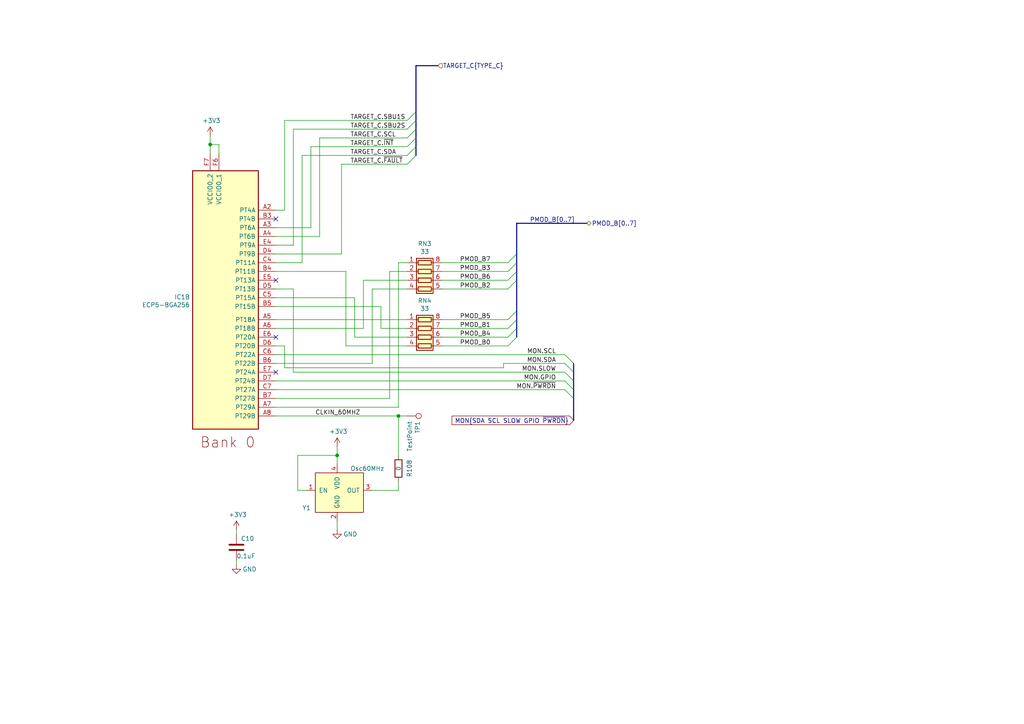
<source format=kicad_sch>
(kicad_sch (version 20211123) (generator eeschema)
  (paper "A4")
  (title_block (title "LUNA USB Multitool") (date "${DATE}") (rev "${VERSION}") (company "Copyright 2019-2023 Great Scott Gadgets") (comment 1 "Licensed under the CERN-OHL-P v2"))
  (lib_symbols
    (symbol "Connector:TestPoint" (pin_numbers hide) (pin_names (offset 0.762) hide)
      (property "Reference" "TP" (at 0 6.858 0))
      (property "Value" "TestPoint" (at 0 5.08 0))
      (symbol "TestPoint_0_1"
        (circle (center 0 3.302) (radius 0.762))
      )
      (symbol "TestPoint_1_1"
        (pin passive line (at 0 0 90) (length 2.54) (name "1") (number "1"))
      )
    )
    (symbol "Device:C" (pin_numbers hide) (pin_names (offset 0.254))
      (property "Reference" "C" (at 0.635 2.54 0))
      (property "Value" "C" (at 0.635 -2.54 0))
      (symbol "C_0_1"
        (polyline (pts (xy -2.032 -0.762) (xy 2.032 -0.762)) (stroke (width 0.508)))
        (polyline (pts (xy -2.032 0.762) (xy 2.032 0.762)) (stroke (width 0.508)))
      )
      (symbol "C_1_1"
        (pin passive line (at 0 3.81 270) (length 2.794) (name "~") (number "1"))
        (pin passive line (at 0 -3.81 90) (length 2.794) (name "~") (number "2"))
      )
    )
    (symbol "Device:R" (pin_numbers hide) (pin_names (offset 0))
      (property "Reference" "R" (at 2.032 0 90))
      (property "Value" "R" (at 0 0 90))
      (symbol "R_0_1"
        (rectangle (start -1.016 -2.54) (end 1.016 2.54) (stroke (width 0.254)))
      )
      (symbol "R_1_1"
        (pin passive line (at 0 3.81 270) (length 1.27) (name "~") (number "1"))
        (pin passive line (at 0 -3.81 90) (length 1.27) (name "~") (number "2"))
      )
    )
    (symbol "Device:R_Pack04" (pin_names (offset 0) hide)
      (property "Reference" "RN" (at -7.62 0 90))
      (property "Value" "R_Pack04" (at 5.08 0 90))
      (symbol "R_Pack04_0_1"
        (rectangle (start -6.35 -2.413) (end 3.81 2.413) (stroke (width 0.254)) (fill (type background)))
        (rectangle (start -5.715 1.905) (end -4.445 -1.905) (stroke (width 0.254)))
        (rectangle (start -3.175 1.905) (end -1.905 -1.905) (stroke (width 0.254)))
        (rectangle (start -0.635 1.905) (end 0.635 -1.905) (stroke (width 0.254)))
        (polyline (pts (xy -5.08 -2.54) (xy -5.08 -1.905)))
        (polyline (pts (xy -5.08 1.905) (xy -5.08 2.54)))
        (polyline (pts (xy -2.54 -2.54) (xy -2.54 -1.905)))
        (polyline (pts (xy -2.54 1.905) (xy -2.54 2.54)))
        (polyline (pts (xy 0 -2.54) (xy 0 -1.905)))
        (polyline (pts (xy 0 1.905) (xy 0 2.54)))
        (polyline (pts (xy 2.54 -2.54) (xy 2.54 -1.905)))
        (polyline (pts (xy 2.54 1.905) (xy 2.54 2.54)))
        (rectangle (start 1.905 1.905) (end 3.175 -1.905) (stroke (width 0.254)))
      )
      (symbol "R_Pack04_1_1"
        (pin passive line (at -5.08 -5.08 90) (length 2.54) (name "R1.1") (number "1"))
        (pin passive line (at -2.54 -5.08 90) (length 2.54) (name "R2.1") (number "2"))
        (pin passive line (at 0 -5.08 90) (length 2.54) (name "R3.1") (number "3"))
        (pin passive line (at 2.54 -5.08 90) (length 2.54) (name "R4.1") (number "4"))
        (pin passive line (at 2.54 5.08 270) (length 2.54) (name "R4.2") (number "5"))
        (pin passive line (at 0 5.08 270) (length 2.54) (name "R3.2") (number "6"))
        (pin passive line (at -2.54 5.08 270) (length 2.54) (name "R2.2") (number "7"))
        (pin passive line (at -5.08 5.08 270) (length 2.54) (name "R1.2") (number "8"))
      )
    )
    (symbol "fpgas_and_processors:ECP5-BGA256" (pin_names (offset 0.762))
      (property "Reference" "IC" (at -2.54 1.27 0))
      (property "Value" "ECP5-BGA256" (at 10.16 1.27 0))
      (symbol "ECP5-BGA256_1_0"
        (rectangle (start 5.08 0) (end 33.02 -71.12) (stroke (width 0.3048)) (fill (type background)))
      )
      (symbol "ECP5-BGA256_1_1"
        (text "FPGA Supplies" (at 19.05 -76.2 0) (effects (font (size 2.9972 2.9972))))
        (pin power_in line (at 38.1 -2.54 180) (length 5.08) (name "GND_1") (number "A1"))
        (pin power_in line (at 38.1 -5.08 180) (length 5.08) (name "GND_2") (number "A16"))
        (pin power_in line (at 38.1 -10.16 180) (length 5.08) (name "GND_4") (number "D15"))
        (pin power_in line (at 38.1 -7.62 180) (length 5.08) (name "GND_3") (number "D2"))
        (pin power_in line (at 38.1 -12.7 180) (length 5.08) (name "GND_5") (number "F8"))
        (pin power_in line (at 38.1 -15.24 180) (length 5.08) (name "GND_6") (number "F9"))
        (pin power_in line (at 38.1 -20.32 180) (length 5.08) (name "GND_8") (number "G10"))
        (pin power_in line (at 0 -66.04 0) (length 5.08) (name "VCCAUX_1") (number "G11"))
        (pin power_in line (at 0 -2.54 0) (length 5.08) (name "VCC_1") (number "G6"))
        (pin power_in line (at 0 -5.08 0) (length 5.08) (name "VCC_2") (number "G7"))
        (pin power_in line (at 38.1 -17.78 180) (length 5.08) (name "GND_7") (number "G8"))
        (pin power_in line (at 0 -7.62 0) (length 5.08) (name "VCC_3") (number "G9"))
        (pin power_in line (at 38.1 -22.86 180) (length 5.08) (name "GND_9") (number "H1"))
        (pin power_in line (at 38.1 -30.48 180) (length 5.08) (name "GND_12") (number "H10"))
        (pin power_in line (at 38.1 -33.02 180) (length 5.08) (name "GND_13") (number "H16"))
        (pin power_in line (at 38.1 -25.4 180) (length 5.08) (name "GND_10") (number "H8"))
        (pin power_in line (at 38.1 -27.94 180) (length 5.08) (name "GND_11") (number "H9"))
        (pin power_in line (at 38.1 -40.64 180) (length 5.08) (name "GND_16") (number "J10"))
        (pin power_in line (at 38.1 -35.56 180) (length 5.08) (name "GND_14") (number "J8"))
        (pin power_in line (at 38.1 -38.1 180) (length 5.08) (name "GND_15") (number "J9"))
        (pin power_in line (at 38.1 -53.34 180) (length 5.08) (name "GND_21") (number "K10"))
        (pin power_in line (at 38.1 -43.18 180) (length 5.08) (name "GND_17") (number "K6"))
        (pin power_in line (at 38.1 -45.72 180) (length 5.08) (name "GND_18") (number "K7"))
        (pin power_in line (at 38.1 -48.26 180) (length 5.08) (name "GND_19") (number "K8"))
        (pin power_in line (at 38.1 -50.8 180) (length 5.08) (name "GND_20") (number "K9"))
        (pin power_in line (at 0 -15.24 0) (length 5.08) (name "VCC_6") (number "L10"))
        (pin power_in line (at 0 -68.58 0) (length 5.08) (name "VCCAUX_2") (number "L7"))
        (pin power_in line (at 0 -10.16 0) (length 5.08) (name "VCC_4") (number "L8"))
        (pin power_in line (at 0 -12.7 0) (length 5.08) (name "VCC_5") (number "L9"))
        (pin power_in line (at 38.1 -58.42 180) (length 5.08) (name "GND_23") (number "N15"))
        (pin power_in line (at 38.1 -55.88 180) (length 5.08) (name "GND_22") (number "N2"))
        (pin power_in line (at 38.1 -60.96 180) (length 5.08) (name "GND_24") (number "T1"))
        (pin power_in line (at 38.1 -66.04 180) (length 5.08) (name "GND_26") (number "T12"))
        (pin power_in line (at 38.1 -68.58 180) (length 5.08) (name "GND_27") (number "T16"))
        (pin power_in line (at 38.1 -63.5 180) (length 5.08) (name "GND_25") (number "T5"))
      )
      (symbol "ECP5-BGA256_2_1"
        (rectangle (start 0 0) (end 19.05 -74.93) (stroke (width 0.3048)) (fill (type background)))
        (text "Bank 0" (at 10.16 -78.74 0) (effects (font (size 2.9972 2.9972))))
        (pin bidirectional line (at 24.13 -11.43 180) (length 5.08) (name "PT4A") (number "A2"))
        (pin bidirectional line (at 24.13 -16.51 180) (length 5.08) (name "PT6A") (number "A3"))
        (pin bidirectional line (at 24.13 -19.05 180) (length 5.08) (name "PT6B") (number "A4"))
        (pin bidirectional line (at 24.13 -43.18 180) (length 5.08) (name "PT18A") (number "A5"))
        (pin bidirectional line (at 24.13 -45.72 180) (length 5.08) (name "PT18B") (number "A6"))
        (pin bidirectional line (at 24.13 -68.58 180) (length 5.08) (name "PT29A") (number "A7"))
        (pin bidirectional line (at 24.13 -71.12 180) (length 5.08) (name "PT29B") (number "A8"))
        (pin bidirectional line (at 24.13 -13.97 180) (length 5.08) (name "PT4B") (number "B3"))
        (pin bidirectional line (at 24.13 -29.21 180) (length 5.08) (name "PT11B") (number "B4"))
        (pin bidirectional line (at 24.13 -39.37 180) (length 5.08) (name "PT15B") (number "B5"))
        (pin bidirectional line (at 24.13 -55.88 180) (length 5.08) (name "PT22B") (number "B6"))
        (pin bidirectional line (at 24.13 -66.04 180) (length 5.08) (name "PT27B") (number "B7"))
        (pin bidirectional line (at 24.13 -26.67 180) (length 5.08) (name "PT11A") (number "C4"))
        (pin bidirectional line (at 24.13 -36.83 180) (length 5.08) (name "PT15A") (number "C5"))
        (pin bidirectional line (at 24.13 -53.34 180) (length 5.08) (name "PT22A") (number "C6"))
        (pin bidirectional line (at 24.13 -63.5 180) (length 5.08) (name "PT27A") (number "C7"))
        (pin bidirectional line (at 24.13 -24.13 180) (length 5.08) (name "PT9B") (number "D4"))
        (pin bidirectional line (at 24.13 -34.29 180) (length 5.08) (name "PT13B") (number "D5"))
        (pin bidirectional line (at 24.13 -50.8 180) (length 5.08) (name "PT20B") (number "D6"))
        (pin bidirectional line (at 24.13 -60.96 180) (length 5.08) (name "PT24B") (number "D7"))
        (pin bidirectional line (at 24.13 -21.59 180) (length 5.08) (name "PT9A") (number "E4"))
        (pin bidirectional line (at 24.13 -31.75 180) (length 5.08) (name "PT13A") (number "E5"))
        (pin bidirectional line (at 24.13 -48.26 180) (length 5.08) (name "PT20A") (number "E6"))
        (pin bidirectional line (at 24.13 -58.42 180) (length 5.08) (name "PT24A") (number "E7"))
        (pin power_in line (at 7.62 5.08 270) (length 5.08) (name "VCCIO0_1") (number "F6"))
        (pin power_in line (at 5.08 5.08 270) (length 5.08) (name "VCCIO0_2") (number "F7"))
      )
      (symbol "ECP5-BGA256_3_0"
        (rectangle (start 0 0) (end 21.59 -93.98) (stroke (width 0.3048)) (fill (type background)))
      )
      (symbol "ECP5-BGA256_3_1"
        (text "Bank 1" (at 8.89 -96.52 0) (effects (font (size 2.9972 2.9972))))
        (pin bidirectional line (at 26.67 -34.29 180) (length 5.08) (name "PT42B") (number "A10"))
        (pin bidirectional line (at 26.67 -57.15 180) (length 5.08) (name "PT53A") (number "A11"))
        (pin bidirectional line (at 26.67 -59.69 180) (length 5.08) (name "PT53B") (number "A12"))
        (pin bidirectional line (at 26.67 -82.55 180) (length 5.08) (name "PT65A") (number "A13"))
        (pin bidirectional line (at 26.67 -85.09 180) (length 5.08) (name "PT65B") (number "A14"))
        (pin bidirectional line (at 26.67 -90.17 180) (length 5.08) (name "PT67B") (number "A15"))
        (pin bidirectional line (at 26.67 -31.75 180) (length 5.08) (name "PT42A") (number "A9"))
        (pin bidirectional line (at 26.67 -36.83 180) (length 5.08) (name "PT44A") (number "B10"))
        (pin bidirectional line (at 26.67 -46.99 180) (length 5.08) (name "PT49A") (number "B11"))
        (pin bidirectional line (at 26.67 -62.23 180) (length 5.08) (name "PT56A") (number "B12"))
        (pin bidirectional line (at 26.67 -72.39 180) (length 5.08) (name "PT60A") (number "B13"))
        (pin bidirectional line (at 26.67 -87.63 180) (length 5.08) (name "PT67A") (number "B14"))
        (pin bidirectional line (at 26.67 -19.05 180) (length 5.08) (name "PT35B") (number "B8"))
        (pin bidirectional line (at 26.67 -21.59 180) (length 5.08) (name "PT38A") (number "B9"))
        (pin bidirectional line (at 26.67 -39.37 180) (length 5.08) (name "PT44B") (number "C10"))
        (pin bidirectional line (at 26.67 -49.53 180) (length 5.08) (name "PT49B") (number "C11"))
        (pin bidirectional line (at 26.67 -64.77 180) (length 5.08) (name "PT56B") (number "C12"))
        (pin bidirectional line (at 26.67 -74.93 180) (length 5.08) (name "PT60B") (number "C13"))
        (pin bidirectional line (at 26.67 -16.51 180) (length 5.08) (name "PT35A") (number "C8"))
        (pin bidirectional line (at 26.67 -24.13 180) (length 5.08) (name "PT38B") (number "C9"))
        (pin bidirectional line (at 26.67 -41.91 180) (length 5.08) (name "PT47A") (number "D10"))
        (pin bidirectional line (at 26.67 -52.07 180) (length 5.08) (name "PT51A") (number "D11"))
        (pin bidirectional line (at 26.67 -67.31 180) (length 5.08) (name "PT58A") (number "D12"))
        (pin bidirectional line (at 26.67 -77.47 180) (length 5.08) (name "PT62A") (number "D13"))
        (pin bidirectional line (at 26.67 -13.97 180) (length 5.08) (name "PT33B") (number "D8"))
        (pin bidirectional line (at 26.67 -26.67 180) (length 5.08) (name "PT40A") (number "D9"))
        (pin bidirectional line (at 26.67 -44.45 180) (length 5.08) (name "PT47B") (number "E10"))
        (pin bidirectional line (at 26.67 -54.61 180) (length 5.08) (name "PT51B") (number "E11"))
        (pin bidirectional line (at 26.67 -69.85 180) (length 5.08) (name "PT58B") (number "E12"))
        (pin bidirectional line (at 26.67 -80.01 180) (length 5.08) (name "PT62B") (number "E13"))
        (pin bidirectional line (at 26.67 -11.43 180) (length 5.08) (name "PT33A") (number "E8"))
        (pin bidirectional line (at 26.67 -29.21 180) (length 5.08) (name "PT40B") (number "E9"))
        (pin power_in line (at 6.35 5.08 270) (length 5.08) (name "VCCIO1_1") (number "F10"))
        (pin power_in line (at 3.81 5.08 270) (length 5.08) (name "VCCIO1_2") (number "F11"))
      )
      (symbol "ECP5-BGA256_4_1"
        (rectangle (start 0 0) (end 19.05 -93.98) (stroke (width 0.3048)) (fill (type background)))
        (text "Bank 2" (at 10.16 -97.79 0) (effects (font (size 2.9972 2.9972))))
        (pin bidirectional line (at 24.13 -13.97 180) (length 5.08) (name "PR2B") (number "B15"))
        (pin bidirectional line (at 24.13 -11.43 180) (length 5.08) (name "PR2A") (number "B16"))
        (pin bidirectional line (at 24.13 -16.51 180) (length 5.08) (name "PR2C") (number "C14"))
        (pin bidirectional line (at 24.13 -24.13 180) (length 5.08) (name "PR5B") (number "C15"))
        (pin bidirectional line (at 24.13 -21.59 180) (length 5.08) (name "PR5A") (number "C16"))
        (pin bidirectional line (at 24.13 -19.05 180) (length 5.08) (name "PR2D") (number "D14"))
        (pin bidirectional line (at 24.13 -31.75 180) (length 5.08) (name "PR8A") (number "D16"))
        (pin bidirectional line (at 24.13 -26.67 180) (length 5.08) (name "PR5C") (number "E14"))
        (pin bidirectional line (at 24.13 -34.29 180) (length 5.08) (name "PR8B") (number "E15"))
        (pin bidirectional line (at 24.13 -49.53 180) (length 5.08) (name "PR11D") (number "E16"))
        (pin bidirectional line (at 24.13 -39.37 180) (length 5.08) (name "PR8D") (number "F12"))
        (pin bidirectional line (at 24.13 -36.83 180) (length 5.08) (name "PR8C") (number "F13"))
        (pin bidirectional line (at 24.13 -29.21 180) (length 5.08) (name "PR5D") (number "F14"))
        (pin bidirectional line (at 24.13 -46.99 180) (length 5.08) (name "PR11C") (number "F15"))
        (pin bidirectional line (at 24.13 -52.07 180) (length 5.08) (name "PR14A") (number "F16"))
        (pin bidirectional line (at 24.13 -41.91 180) (length 5.08) (name "PR11A") (number "G12"))
        (pin bidirectional line (at 24.13 -44.45 180) (length 5.08) (name "PR11B") (number "G13"))
        (pin bidirectional line (at 24.13 -57.15 180) (length 5.08) (name "PR14C") (number "G14"))
        (pin bidirectional line (at 24.13 -54.61 180) (length 5.08) (name "PR14B") (number "G15"))
        (pin bidirectional line (at 24.13 -72.39 180) (length 5.08) (name "PR20A") (number "G16"))
        (pin power_in line (at 3.81 5.08 270) (length 5.08) (name "VCCIO2_1") (number "H11"))
        (pin bidirectional line (at 24.13 -62.23 180) (length 5.08) (name "PR17A") (number "H12"))
        (pin bidirectional line (at 24.13 -64.77 180) (length 5.08) (name "PR17B") (number "H13"))
        (pin bidirectional line (at 24.13 -59.69 180) (length 5.08) (name "PR14D") (number "H14"))
        (pin bidirectional line (at 24.13 -74.93 180) (length 5.08) (name "PR20B") (number "H15"))
        (pin power_in line (at 6.35 5.08 270) (length 5.08) (name "VCCIO2_2") (number "J11"))
        (pin bidirectional line (at 24.13 -69.85 180) (length 5.08) (name "PR17D") (number "J12"))
        (pin bidirectional line (at 24.13 -67.31 180) (length 5.08) (name "PR17C") (number "J13"))
        (pin bidirectional line (at 24.13 -77.47 180) (length 5.08) (name "PR20C") (number "J14"))
        (pin bidirectional line (at 24.13 -85.09 180) (length 5.08) (name "PR23B") (number "J15"))
        (pin bidirectional line (at 24.13 -82.55 180) (length 5.08) (name "PR23A") (number "J16"))
        (pin bidirectional line (at 24.13 -80.01 180) (length 5.08) (name "PR20D") (number "K14"))
        (pin bidirectional line (at 24.13 -90.17 180) (length 5.08) (name "PR23D") (number "K15"))
        (pin bidirectional line (at 24.13 -87.63 180) (length 5.08) (name "PR23C") (number "K16"))
      )
      (symbol "ECP5-BGA256_5_0"
        (rectangle (start 0 0) (end 20.32 -91.44) (stroke (width 0.3048)) (fill (type background)))
      )
      (symbol "ECP5-BGA256_5_1"
        (text "Bank 3" (at 15.24 -96.52 0) (effects (font (size 2.9972 2.9972))))
        (pin power_in line (at 3.81 5.08 270) (length 5.08) (name "VCCIO3_1") (number "K11"))
        (pin bidirectional line (at 25.4 -22.86 180) (length 5.08) (name "PR29B") (number "K12"))
        (pin bidirectional line (at 25.4 -20.32 180) (length 5.08) (name "PR29A") (number "K13"))
        (pin power_in line (at 6.35 5.08 270) (length 5.08) (name "VCCIO3_2") (number "L11"))
        (pin bidirectional line (at 25.4 -27.94 180) (length 5.08) (name "PR29D") (number "L12"))
        (pin bidirectional line (at 25.4 -25.4 180) (length 5.08) (name "PR29C") (number "L13"))
        (pin bidirectional line (at 25.4 -35.56 180) (length 5.08) (name "PR32C") (number "L14"))
        (pin bidirectional line (at 25.4 -12.7 180) (length 5.08) (name "PR26B") (number "L15"))
        (pin bidirectional line (at 25.4 -10.16 180) (length 5.08) (name "PR26A") (number "L16"))
        (pin bidirectional line (at 25.4 -81.28 180) (length 5.08) (name "PR47A") (number "M11"))
        (pin bidirectional line (at 25.4 -76.2 180) (length 5.08) (name "PR44C") (number "M12"))
        (pin bidirectional line (at 25.4 -45.72 180) (length 5.08) (name "PR35C") (number "M13"))
        (pin bidirectional line (at 25.4 -38.1 180) (length 5.08) (name "PR32D") (number "M14"))
        (pin bidirectional line (at 25.4 -17.78 180) (length 5.08) (name "PR26D") (number "M15"))
        (pin bidirectional line (at 25.4 -15.24 180) (length 5.08) (name "PR26C") (number "M16"))
        (pin bidirectional line (at 25.4 -83.82 180) (length 5.08) (name "PR47B") (number "N11"))
        (pin bidirectional line (at 25.4 -78.74 180) (length 5.08) (name "PR44D") (number "N12"))
        (pin bidirectional line (at 25.4 -50.8 180) (length 5.08) (name "PR38A") (number "N13"))
        (pin bidirectional line (at 25.4 -48.26 180) (length 5.08) (name "PR35D") (number "N14"))
        (pin bidirectional line (at 25.4 -30.48 180) (length 5.08) (name "PR32A") (number "N16"))
        (pin bidirectional line (at 25.4 -86.36 180) (length 5.08) (name "PR47C") (number "P11"))
        (pin bidirectional line (at 25.4 -88.9 180) (length 5.08) (name "PR47D") (number "P12"))
        (pin bidirectional line (at 25.4 -60.96 180) (length 5.08) (name "PR41A") (number "P13"))
        (pin bidirectional line (at 25.4 -53.34 180) (length 5.08) (name "PR38B") (number "P14"))
        (pin bidirectional line (at 25.4 -33.02 180) (length 5.08) (name "PR32B") (number "P15"))
        (pin bidirectional line (at 25.4 -40.64 180) (length 5.08) (name "PR35A") (number "P16"))
        (pin bidirectional line (at 25.4 -71.12 180) (length 5.08) (name "PR44A") (number "R12"))
        (pin bidirectional line (at 25.4 -66.04 180) (length 5.08) (name "PR41C") (number "R13"))
        (pin bidirectional line (at 25.4 -63.5 180) (length 5.08) (name "PR41B") (number "R14"))
        (pin bidirectional line (at 25.4 -55.88 180) (length 5.08) (name "PR38C") (number "R15"))
        (pin bidirectional line (at 25.4 -43.18 180) (length 5.08) (name "PR35B") (number "R16"))
        (pin bidirectional line (at 25.4 -73.66 180) (length 5.08) (name "PR44B") (number "T13"))
        (pin bidirectional line (at 25.4 -68.58 180) (length 5.08) (name "PR41D") (number "T14"))
        (pin bidirectional line (at 25.4 -58.42 180) (length 5.08) (name "PR38D") (number "T15"))
      )
      (symbol "ECP5-BGA256_6_1"
        (rectangle (start 0 0) (end 19.05 -106.68) (stroke (width 0.3048)) (fill (type background)))
        (text "Bank 6" (at 11.43 -110.49 0) (effects (font (size 2.9972 2.9972))))
        (pin power_in line (at 3.81 5.08 270) (length 5.08) (name "VCCIO6_1") (number "J6"))
        (pin power_in line (at 6.35 5.08 270) (length 5.08) (name "VCCIO6_2") (number "J7"))
        (pin bidirectional line (at 24.13 -25.4 180) (length 5.08) (name "PL29A") (number "K4"))
        (pin bidirectional line (at 24.13 -27.94 180) (length 5.08) (name "PL29B") (number "K5"))
        (pin bidirectional line (at 24.13 -13.97 180) (length 5.08) (name "PL26A") (number "L1"))
        (pin bidirectional line (at 24.13 -16.51 180) (length 5.08) (name "PL26B") (number "L2"))
        (pin bidirectional line (at 24.13 -41.91 180) (length 5.08) (name "PL32C") (number "L3"))
        (pin bidirectional line (at 24.13 -30.48 180) (length 5.08) (name "PL29C") (number "L4"))
        (pin bidirectional line (at 24.13 -33.02 180) (length 5.08) (name "PL29D") (number "L5"))
        (pin bidirectional line (at 24.13 -19.05 180) (length 5.08) (name "PL26C") (number "M1"))
        (pin bidirectional line (at 24.13 -21.59 180) (length 5.08) (name "PL26D") (number "M2"))
        (pin bidirectional line (at 24.13 -44.45 180) (length 5.08) (name "PL32D") (number "M3"))
        (pin bidirectional line (at 24.13 -53.34 180) (length 5.08) (name "PL35C") (number "M4"))
        (pin bidirectional line (at 24.13 -78.74 180) (length 5.08) (name "PL44C") (number "M5"))
        (pin bidirectional line (at 24.13 -96.52 180) (length 5.08) (name "PL47A") (number "M6"))
        (pin bidirectional line (at 24.13 -36.83 180) (length 5.08) (name "PL32A") (number "N1"))
        (pin bidirectional line (at 24.13 -55.88 180) (length 5.08) (name "PL35D") (number "N3"))
        (pin bidirectional line (at 24.13 -60.96 180) (length 5.08) (name "PL38A") (number "N4"))
        (pin bidirectional line (at 24.13 -81.28 180) (length 5.08) (name "PL44D") (number "N5"))
        (pin bidirectional line (at 24.13 -99.06 180) (length 5.08) (name "PL47B") (number "N6"))
        (pin bidirectional line (at 24.13 -48.26 180) (length 5.08) (name "PL35A") (number "P1"))
        (pin bidirectional line (at 24.13 -39.37 180) (length 5.08) (name "PL32B") (number "P2"))
        (pin bidirectional line (at 24.13 -63.5 180) (length 5.08) (name "PL38B") (number "P3"))
        (pin bidirectional line (at 24.13 -85.09 180) (length 5.08) (name "PL41A") (number "P4"))
        (pin bidirectional line (at 24.13 -101.6 180) (length 5.08) (name "PL47D") (number "P5"))
        (pin bidirectional line (at 24.13 -104.14 180) (length 5.08) (name "PL47C") (number "P6"))
        (pin bidirectional line (at 24.13 -50.8 180) (length 5.08) (name "PL35B") (number "R1"))
        (pin bidirectional line (at 24.13 -66.04 180) (length 5.08) (name "PL38C") (number "R2"))
        (pin bidirectional line (at 24.13 -87.63 180) (length 5.08) (name "PL41B") (number "R3"))
        (pin bidirectional line (at 24.13 -90.17 180) (length 5.08) (name "PL41C") (number "R4"))
        (pin bidirectional line (at 24.13 -73.66 180) (length 5.08) (name "PL44A") (number "R5"))
        (pin bidirectional line (at 24.13 -68.58 180) (length 5.08) (name "PL38D") (number "T2"))
        (pin bidirectional line (at 24.13 -92.71 180) (length 5.08) (name "PL41D") (number "T3"))
        (pin bidirectional line (at 24.13 -76.2 180) (length 5.08) (name "PL44B") (number "T4"))
      )
      (symbol "ECP5-BGA256_7_1"
        (rectangle (start 0 0) (end 20.32 -109.22) (stroke (width 0.3048)) (fill (type background)))
        (text "Bank 7" (at 12.7 -113.03 0) (effects (font (size 2.9972 2.9972))))
        (pin bidirectional line (at 25.4 -10.16 180) (length 5.08) (name "PL2A") (number "B1"))
        (pin bidirectional line (at 25.4 -12.7 180) (length 5.08) (name "PL2B") (number "B2"))
        (pin bidirectional line (at 25.4 -22.86 180) (length 5.08) (name "PL5A") (number "C1"))
        (pin bidirectional line (at 25.4 -25.4 180) (length 5.08) (name "PL5B") (number "C2"))
        (pin bidirectional line (at 25.4 -15.24 180) (length 5.08) (name "PL2C") (number "C3"))
        (pin bidirectional line (at 25.4 -35.56 180) (length 5.08) (name "PL8A") (number "D1"))
        (pin bidirectional line (at 25.4 -17.78 180) (length 5.08) (name "PL2D") (number "D3"))
        (pin bidirectional line (at 25.4 -54.61 180) (length 5.08) (name "PL11D") (number "E1"))
        (pin bidirectional line (at 25.4 -38.1 180) (length 5.08) (name "PL8B") (number "E2"))
        (pin bidirectional line (at 25.4 -27.94 180) (length 5.08) (name "PL5C") (number "E3"))
        (pin bidirectional line (at 25.4 -59.69 180) (length 5.08) (name "PL14A") (number "F1"))
        (pin bidirectional line (at 25.4 -52.07 180) (length 5.08) (name "PL11C") (number "F2"))
        (pin bidirectional line (at 25.4 -30.48 180) (length 5.08) (name "PL5D") (number "F3"))
        (pin bidirectional line (at 25.4 -40.64 180) (length 5.08) (name "PL8C") (number "F4"))
        (pin bidirectional line (at 25.4 -43.18 180) (length 5.08) (name "PL8D") (number "F5"))
        (pin bidirectional line (at 25.4 -82.55 180) (length 5.08) (name "PL20A") (number "G1"))
        (pin bidirectional line (at 25.4 -62.23 180) (length 5.08) (name "PL14B") (number "G2"))
        (pin bidirectional line (at 25.4 -64.77 180) (length 5.08) (name "PL14C") (number "G3"))
        (pin bidirectional line (at 25.4 -49.53 180) (length 5.08) (name "PL11B") (number "G4"))
        (pin bidirectional line (at 25.4 -46.99 180) (length 5.08) (name "PL11A") (number "G5"))
        (pin bidirectional line (at 25.4 -85.09 180) (length 5.08) (name "PL20B") (number "H2"))
        (pin bidirectional line (at 25.4 -67.31 180) (length 5.08) (name "PL14D") (number "H3"))
        (pin bidirectional line (at 25.4 -73.66 180) (length 5.08) (name "PL17B") (number "H4"))
        (pin bidirectional line (at 25.4 -71.12 180) (length 5.08) (name "PL17A") (number "H5"))
        (pin power_in line (at 7.62 5.08 270) (length 5.08) (name "VCCIO7_1") (number "H6"))
        (pin power_in line (at 5.08 5.08 270) (length 5.08) (name "VCCIO7_2") (number "H7"))
        (pin bidirectional line (at 25.4 -95.25 180) (length 5.08) (name "PL23A") (number "J1"))
        (pin bidirectional line (at 25.4 -97.79 180) (length 5.08) (name "PL23B") (number "J2"))
        (pin bidirectional line (at 25.4 -87.63 180) (length 5.08) (name "PL20C") (number "J3"))
        (pin bidirectional line (at 25.4 -76.2 180) (length 5.08) (name "PL17C") (number "J4"))
        (pin bidirectional line (at 25.4 -78.74 180) (length 5.08) (name "PL17D") (number "J5"))
        (pin bidirectional line (at 25.4 -100.33 180) (length 5.08) (name "PL23C") (number "K1"))
        (pin bidirectional line (at 25.4 -102.87 180) (length 5.08) (name "PL23D") (number "K2"))
        (pin bidirectional line (at 25.4 -90.17 180) (length 5.08) (name "PL20D") (number "K3"))
      )
      (symbol "ECP5-BGA256_8_0"
        (text "(Config)" (at 13.97 -97.79 0) (effects (font (size 2.9972 2.9972))))
        (text "Bank 8" (at 13.97 -92.71 0) (effects (font (size 2.9972 2.9972))))
      )
      (symbol "ECP5-BGA256_8_1"
        (rectangle (start 0 0) (end 21.59 -88.9) (stroke (width 0.3048)) (fill (type background)))
        (pin power_in line (at 5.08 5.08 270) (length 5.08) (name "VCCIO8") (number "L6"))
        (pin output line (at 26.67 -57.15 180) (length 5.08) (name "TDO") (number "M10"))
        (pin bidirectional line (at 26.67 -24.13 180) (length 5.08) (name "D2/PB9B") (number "M7"))
        (pin bidirectional line (at 26.67 -39.37 180) (length 5.08) (name "DOUT/CSON/PB15B") (number "M8"))
        (pin bidirectional line (at 26.67 -41.91 180) (length 5.08) (name "WRITEEN/PB18A") (number "M9"))
        (pin input line (at 26.67 -68.58 180) (length 5.08) (name "CFG_0") (number "N10"))
        (pin bidirectional line (at 26.67 -21.59 180) (length 5.08) (name "D3/PB9A") (number "N7"))
        (pin bidirectional line (at 26.67 -36.83 180) (length 5.08) (name "HOLDN/DI/PB15A") (number "N8"))
        (pin bidirectional line (at 26.67 -63.5 180) (length 5.08) (name "MCLK/SCLK/CCLK") (number "N9"))
        (pin input line (at 26.67 -71.12 180) (length 5.08) (name "CFG_1") (number "P10"))
        (pin bidirectional line (at 26.67 -19.05 180) (length 5.08) (name "D4/PICO2/PB6B") (number "P7"))
        (pin bidirectional line (at 26.67 -34.29 180) (length 5.08) (name "CS1N/PB13B") (number "P8"))
        (pin bidirectional line (at 26.67 -80.01 180) (length 5.08) (name "DONE") (number "P9"))
        (pin input line (at 26.67 -73.66 180) (length 5.08) (name "CFG_2") (number "R10"))
        (pin input line (at 26.67 -54.61 180) (length 5.08) (name "TDI") (number "R11"))
        (pin bidirectional line (at 26.67 -13.97 180) (length 5.08) (name "D6/PB4B") (number "R6"))
        (pin bidirectional line (at 26.67 -16.51 180) (length 5.08) (name "D5/POCI2/PB6A") (number "R7"))
        (pin bidirectional line (at 26.67 -31.75 180) (length 5.08) (name "SN/CSN/PB13A") (number "R8"))
        (pin bidirectional line (at 26.67 -85.09 180) (length 5.08) (name "PROGRAMN") (number "R9"))
        (pin input line (at 26.67 -52.07 180) (length 5.08) (name "TCK") (number "T10"))
        (pin input line (at 26.67 -49.53 180) (length 5.08) (name "TMS") (number "T11"))
        (pin bidirectional line (at 26.67 -11.43 180) (length 5.08) (name "D7/PB4A") (number "T6"))
        (pin bidirectional line (at 26.67 -26.67 180) (length 5.08) (name "D1/POCI/PB11A") (number "T7"))
        (pin bidirectional line (at 26.67 -29.21 180) (length 5.08) (name "D0/PICO/PB11B") (number "T8"))
        (pin bidirectional line (at 26.67 -82.55 180) (length 5.08) (name "INITN") (number "T9"))
      )
    )
    (symbol "power:+3V3" (power) (pin_names (offset 0))
      (property "Value" "+3V3" (at 0 3.556 0))
      (symbol "+3V3_0_1"
        (polyline (pts (xy -0.762 1.27) (xy 0 2.54)))
        (polyline (pts (xy 0 0) (xy 0 2.54)))
        (polyline (pts (xy 0 2.54) (xy 0.762 1.27)))
      )
      (symbol "+3V3_1_1"
        (pin power_in line (at 0 0 90) (length 0) hide (name "+3V3") (number "1"))
      )
    )
    (symbol "power:GND" (power) (pin_names (offset 0))
      (property "Value" "GND" (at 0 -3.81 0))
      (symbol "GND_0_1"
        (polyline (pts (xy 0 0) (xy 0 -1.27) (xy 1.27 -1.27) (xy 0 -2.54) (xy -1.27 -1.27) (xy 0 -1.27)))
      )
      (symbol "GND_1_1"
        (pin power_in line (at 0 0 270) (length 0) hide (name "GND") (number "1"))
      )
    )
    (symbol "support_hardware:DSC60xx" (pin_names (offset 1.016))
      (property "Reference" "Y" (at 0 1.27 0))
      (property "Value" "DSC60xx" (at 12.7 1.27 0))
      (symbol "DSC60xx_0_1"
        (rectangle (start 0 0) (end 13.97 -11.43) (stroke (width 0.2032)) (fill (type background)))
      )
      (symbol "DSC60xx_1_1"
        (pin input line (at -2.54 -5.08 0) (length 2.54) (name "EN") (number "1"))
        (pin power_in line (at 6.35 -13.97 90) (length 2.54) (name "GND") (number "2"))
        (pin output line (at 16.51 -5.08 180) (length 2.54) (name "OUT") (number "3"))
        (pin power_in line (at 6.35 2.54 270) (length 2.54) (name "VDD") (number "4"))
      )
    )
  )
  (junction (at 60.96 41.91))
  (junction (at 115.57 120.65))
  (junction (at 97.79 132.08))
  (no_connect (at 80.01 63.5))
  (no_connect (at 80.01 81.28))
  (no_connect (at 80.01 107.95))
  (no_connect (at 80.01 97.79))
  (bus_entry (at 120.65 32.385) (size -2.54 2.54))
  (bus_entry (at 120.65 34.925) (size -2.54 2.54))
  (bus_entry (at 147.32 83.82) (size 2.54 -2.54))
  (bus_entry (at 166.37 113.03) (size -2.54 -2.54))
  (bus_entry (at 147.32 92.71) (size 2.54 -2.54))
  (bus_entry (at 120.65 40.005) (size -2.54 2.54))
  (bus_entry (at 120.65 45.085) (size -2.54 2.54))
  (bus_entry (at 166.37 107.95) (size -2.54 -2.54))
  (bus_entry (at 147.32 81.28) (size 2.54 -2.54))
  (bus_entry (at 147.32 78.74) (size 2.54 -2.54))
  (bus_entry (at 147.32 95.25) (size 2.54 -2.54))
  (bus_entry (at 147.32 97.79) (size 2.54 -2.54))
  (bus_entry (at 166.37 110.49) (size -2.54 -2.54))
  (bus_entry (at 120.65 37.465) (size -2.54 2.54))
  (bus_entry (at 166.37 105.41) (size -2.54 -2.54))
  (bus_entry (at 120.65 42.545) (size -2.54 2.54))
  (bus_entry (at 166.37 115.57) (size -2.54 -2.54))
  (bus_entry (at 147.32 100.33) (size 2.54 -2.54))
  (bus_entry (at 147.32 76.2) (size 2.54 -2.54))
  (wire (pts (xy 60.96 44.45) (xy 60.96 41.91)))
  (bus (pts (xy 166.37 110.49) (xy 166.37 113.03)))
  (wire (pts (xy 128.27 78.74) (xy 147.32 78.74)))
  (wire (pts (xy 102.87 97.79) (xy 118.11 97.79)))
  (wire (pts (xy 80.01 71.12) (xy 85.09 71.12)))
  (wire (pts (xy 80.01 92.71) (xy 118.11 92.71)))
  (bus (pts (xy 166.37 105.41) (xy 166.37 107.95)))
  (wire (pts (xy 80.01 60.96) (xy 82.55 60.96)))
  (wire (pts (xy 90.17 42.545) (xy 118.11 42.545)))
  (wire (pts (xy 80.01 73.66) (xy 99.06 73.66)))
  (wire (pts (xy 118.11 76.2) (xy 115.57 76.2)))
  (wire (pts (xy 128.27 83.82) (xy 147.32 83.82)))
  (wire (pts (xy 92.71 40.005) (xy 92.71 68.58)))
  (wire (pts (xy 118.11 83.82) (xy 107.95 83.82)))
  (wire (pts (xy 99.06 47.625) (xy 118.11 47.625)))
  (bus (pts (xy 166.37 115.57) (xy 166.37 121.92)))
  (bus (pts (xy 166.37 113.03) (xy 166.37 115.57)))
  (bus (pts (xy 149.86 92.71) (xy 149.86 95.25)))
  (bus (pts (xy 120.65 37.465) (xy 120.65 40.005)))
  (wire (pts (xy 82.55 60.96) (xy 82.55 34.925)))
  (wire (pts (xy 97.79 132.08) (xy 97.79 134.62)))
  (wire (pts (xy 87.63 76.2) (xy 80.01 76.2)))
  (wire (pts (xy 80.01 100.33) (xy 82.55 100.33)))
  (bus (pts (xy 149.86 64.77) (xy 149.86 73.66)))
  (wire (pts (xy 85.09 71.12) (xy 85.09 37.465)))
  (wire (pts (xy 115.57 142.24) (xy 115.57 139.7)))
  (wire (pts (xy 82.55 106.68) (xy 146.05 106.68)))
  (wire (pts (xy 85.09 107.95) (xy 163.83 107.95)))
  (wire (pts (xy 80.01 83.82) (xy 85.09 83.82)))
  (wire (pts (xy 87.63 76.2) (xy 87.63 45.085)))
  (wire (pts (xy 92.71 40.005) (xy 118.11 40.005)))
  (wire (pts (xy 128.27 95.25) (xy 147.32 95.25)))
  (wire (pts (xy 90.17 66.04) (xy 80.01 66.04)))
  (wire (pts (xy 90.17 42.545) (xy 90.17 66.04)))
  (wire (pts (xy 97.79 153.67) (xy 97.79 151.13)))
  (wire (pts (xy 118.11 120.65) (xy 115.57 120.65)))
  (bus (pts (xy 149.86 64.77) (xy 170.18 64.77)))
  (wire (pts (xy 107.95 105.41) (xy 107.95 83.82)))
  (wire (pts (xy 60.96 41.91) (xy 60.96 39.37)))
  (wire (pts (xy 105.41 81.28) (xy 118.11 81.28)))
  (wire (pts (xy 80.01 86.36) (xy 102.87 86.36)))
  (wire (pts (xy 80.01 105.41) (xy 107.95 105.41)))
  (wire (pts (xy 113.03 78.74) (xy 118.11 78.74)))
  (wire (pts (xy 85.09 37.465) (xy 118.11 37.465)))
  (wire (pts (xy 102.87 86.36) (xy 102.87 97.79)))
  (wire (pts (xy 115.57 76.2) (xy 115.57 118.11)))
  (wire (pts (xy 88.9 142.24) (xy 86.36 142.24)))
  (wire (pts (xy 105.41 95.25) (xy 105.41 81.28)))
  (bus (pts (xy 149.86 90.17) (xy 149.86 92.71)))
  (wire (pts (xy 107.95 142.24) (xy 115.57 142.24)))
  (wire (pts (xy 128.27 81.28) (xy 147.32 81.28)))
  (wire (pts (xy 86.36 142.24) (xy 86.36 132.08)))
  (bus (pts (xy 149.86 81.28) (xy 149.86 90.17)))
  (bus (pts (xy 120.65 40.005) (xy 120.65 42.545)))
  (wire (pts (xy 68.58 162.56) (xy 68.58 163.83)))
  (bus (pts (xy 166.37 107.95) (xy 166.37 110.49)))
  (wire (pts (xy 80.01 120.65) (xy 115.57 120.65)))
  (wire (pts (xy 128.27 76.2) (xy 147.32 76.2)))
  (bus (pts (xy 149.86 73.66) (xy 149.86 76.2)))
  (wire (pts (xy 113.03 115.57) (xy 113.03 78.74)))
  (wire (pts (xy 118.11 95.25) (xy 110.49 95.25)))
  (wire (pts (xy 87.63 45.085) (xy 118.11 45.085)))
  (wire (pts (xy 60.96 41.91) (xy 63.5 41.91)))
  (wire (pts (xy 128.27 100.33) (xy 147.32 100.33)))
  (wire (pts (xy 146.05 106.68) (xy 146.05 105.41)))
  (wire (pts (xy 92.71 68.58) (xy 80.01 68.58)))
  (bus (pts (xy 120.65 34.925) (xy 120.65 37.465)))
  (wire (pts (xy 86.36 132.08) (xy 97.79 132.08)))
  (wire (pts (xy 99.06 73.66) (xy 99.06 47.625)))
  (wire (pts (xy 100.33 100.33) (xy 118.11 100.33)))
  (bus (pts (xy 149.86 76.2) (xy 149.86 78.74)))
  (bus (pts (xy 149.86 78.74) (xy 149.86 81.28)))
  (wire (pts (xy 85.09 83.82) (xy 85.09 107.95)))
  (wire (pts (xy 80.01 95.25) (xy 105.41 95.25)))
  (wire (pts (xy 128.27 97.79) (xy 147.32 97.79)))
  (wire (pts (xy 146.05 105.41) (xy 163.83 105.41)))
  (wire (pts (xy 80.01 110.49) (xy 163.83 110.49)))
  (bus (pts (xy 120.65 32.385) (xy 120.65 34.925)))
  (wire (pts (xy 82.55 34.925) (xy 118.11 34.925)))
  (wire (pts (xy 115.57 120.65) (xy 115.57 132.08)))
  (wire (pts (xy 163.83 113.03) (xy 80.01 113.03)))
  (wire (pts (xy 80.01 118.11) (xy 115.57 118.11)))
  (wire (pts (xy 63.5 41.91) (xy 63.5 44.45)))
  (bus (pts (xy 120.65 19.05) (xy 120.65 32.385)))
  (wire (pts (xy 80.01 78.74) (xy 100.33 78.74)))
  (bus (pts (xy 120.65 42.545) (xy 120.65 45.085)))
  (bus (pts (xy 120.65 19.05) (xy 127 19.05)))
  (wire (pts (xy 82.55 100.33) (xy 82.55 106.68)))
  (wire (pts (xy 68.58 153.67) (xy 68.58 154.94)))
  (wire (pts (xy 80.01 115.57) (xy 113.03 115.57)))
  (wire (pts (xy 110.49 88.9) (xy 80.01 88.9)))
  (wire (pts (xy 97.79 129.54) (xy 97.79 132.08)))
  (wire (pts (xy 100.33 78.74) (xy 100.33 100.33)))
  (wire (pts (xy 128.27 92.71) (xy 147.32 92.71)))
  (bus (pts (xy 149.86 95.25) (xy 149.86 97.79)))
  (wire (pts (xy 163.83 102.87) (xy 80.01 102.87)))
  (wire (pts (xy 110.49 95.25) (xy 110.49 88.9)))
  (label "TARGET_C.~{FAULT}" (at 101.6 47.625 0))
  (label "TARGET_C.SBU2S" (at 101.6 37.465 0))
  (label "TARGET_C.SDA" (at 101.6 45.085 0))
  (label "MON.SLOW" (at 161.29 107.95 180))
  (label "PMOD_B3" (at 133.35 78.74 0))
  (label "TARGET_C.SCL" (at 101.6 40.005 0))
  (label "PMOD_B1" (at 133.35 95.25 0))
  (label "MON.SCL" (at 161.29 102.87 180))
  (label "PMOD_B2" (at 133.35 83.82 0))
  (label "PMOD_B5" (at 133.35 92.71 0))
  (label "PMOD_B[0..7]" (at 153.67 64.77 0))
  (label "CLKIN_60MHZ" (at 91.44 120.65 0))
  (label "MON.GPIO" (at 161.29 110.49 180))
  (label "PMOD_B0" (at 133.35 100.33 0))
  (label "PMOD_B4" (at 133.35 97.79 0))
  (label "PMOD_B7" (at 133.35 76.2 0))
  (label "MON.SDA" (at 161.29 105.41 180))
  (label "MON.~{PWRDN}" (at 161.29 113.03 180))
  (label "PMOD_B6" (at 133.35 81.28 0))
  (label "TARGET_C.~{INT}" (at 101.6 42.545 0))
  (label "TARGET_C.SBU1S" (at 101.6 34.925 0))
  (global_label "MON{SDA SCL SLOW GPIO ~{PWRDN}}" (shape input) (at 166.37 121.92 180) (property "Intersheet References" "${INTERSHEET_REFS}" (effects hide)))
  (hierarchical_label "PMOD_B[0..7]" (shape bidirectional) (at 170.18 64.77 0))
  (hierarchical_label "TARGET_C{TYPE_C}" (shape input) (at 127 19.05 0))
  (symbol (lib_id "fpgas_and_processors:ECP5-BGA256") (at 55.88 49.53 0) (unit 2)
    (property "Reference" "IC1" (at 55.118 86.1568 0) (effects (justify right)))
    (property "Value" "ECP5-BGA256" (at 55.118 88.4428 0) (effects (justify right)))
    (property "Footprint" "luna:lattice_cabga256" (effects hide))
    (property "Description" "FPGA - Field Programmable Gate Array ECP5; 12k LUTs; 1.1V" (effects hide))
    (property "Manufacturer" "Lattice" (effects hide))
    (property "Part Number" "LFE5U-12F-6BG256C" (effects hide))
    (property "Substitution" "LFE5U-12F-*BG256*, LFE5U-25F-*BG256*" (effects hide))
  )
  (symbol (lib_id "power:+3V3") (at 60.96 39.37 0) (unit 1)
    (property "Reference" "#PWR0105" (effects hide))
    (property "Value" "+3V3" (at 61.3156 34.9758 0))
  )
  (symbol (lib_id "support_hardware:DSC60xx") (at 91.44 137.16 0) (unit 1)
    (property "Reference" "Y1" (at 87.63 147.32 0) (effects (justify left)))
    (property "Value" "Osc60MHz" (at 101.6 135.89 0) (effects (justify left)))
    (property "Footprint" "Crystal:Crystal_SMD_3225-4Pin_3.2x2.5mm" (effects hide))
    (property "Description" "MEMS OSC XO 60.0000MHZ H/LV-CMOS" (effects hide))
    (property "Manufacturer" "SiTIME" (effects hide))
    (property "Part Number" "SIT1602BC-23-33E-60.000000E" (effects hide))
    (property "Substitution" "SIT1602B*-2*-33E-60.000000*, SIT1602B*-2*-33N-60.000000*" (effects hide))
  )
  (symbol (lib_id "power:+3V3") (at 97.79 129.54 0) (unit 1)
    (property "Reference" "#PWR011" (effects hide))
    (property "Value" "+3V3" (at 98.1456 125.1458 0))
  )
  (symbol (lib_id "power:GND") (at 97.79 153.67 0) (unit 1)
    (property "Reference" "#PWR018" (effects hide))
    (property "Value" "GND" (at 101.6 154.94 0))
  )
  (symbol (lib_id "Connector:TestPoint") (at 118.11 120.65 270) (unit 1) (in_bom no)
    (property "Reference" "TP1" (at 121.1072 122.1232 0) (effects (justify left)))
    (property "Value" "TestPoint" (at 118.8212 122.1232 0) (effects (justify left)))
    (property "Footprint" "TestPoint:TestPoint_Pad_D1.0mm" (effects hide))
  )
  (symbol (lib_id "Device:R_Pack04") (at 123.19 81.28 270) (unit 1)
    (property "Reference" "RN3" (at 123.19 70.6882 90))
    (property "Value" "33" (at 123.19 72.9996 90))
    (property "Footprint" "Resistor_SMD:R_Array_Convex_4x0402" (effects hide))
    (property "Description" "RES ARRAY 4 RES 33 OHM 0804" (effects hide))
    (property "Manufacturer" "Yageo" (effects hide))
    (property "Part Number" "YC124-JR-0733RL" (effects hide))
    (property "Substitution" "any equivalent" (effects hide))
  )
  (symbol (lib_id "Device:R_Pack04") (at 123.19 97.79 270) (unit 1)
    (property "Reference" "RN4" (at 123.19 87.1982 90))
    (property "Value" "33" (at 123.19 89.5096 90))
    (property "Footprint" "Resistor_SMD:R_Array_Convex_4x0402" (effects hide))
    (property "Description" "RES ARRAY 4 RES 33 OHM 0804" (effects hide))
    (property "Manufacturer" "Yageo" (effects hide))
    (property "Part Number" "YC124-JR-0733RL" (effects hide))
    (property "Substitution" "any equivalent" (effects hide))
  )
  (symbol (lib_id "power:GND") (at 68.58 163.83 0) (unit 1)
    (property "Reference" "#PWR0174" (effects hide))
    (property "Value" "GND" (at 72.39 165.1 0))
  )
  (symbol (lib_id "Device:R") (at 115.57 135.89 0) (unit 1)
    (property "Reference" "R108" (at 118.745 138.43 90) (effects (justify left)))
    (property "Value" "0" (at 115.57 135.89 90))
    (property "Footprint" "Resistor_SMD:R_0402_1005Metric" (effects hide))
    (property "Part Number" "RC0402FR-070RL" (effects hide))
    (property "Substitution" "any equivalent" (effects hide))
    (property "Description" "RES 0 OHM JUMPER 1/16W 0402" (effects hide))
    (property "Manufacturer" "Yageo" (effects hide))
  )
  (symbol (lib_id "power:+3V3") (at 68.58 153.67 0) (unit 1)
    (property "Reference" "#PWR0175" (effects hide))
    (property "Value" "+3V3" (at 68.9356 149.2758 0))
  )
  (symbol (lib_id "Device:C") (at 68.58 158.75 0) (unit 1)
    (property "Reference" "C10" (at 69.85 156.21 0) (effects (justify left)))
    (property "Value" "0.1uF" (at 68.58 161.29 0) (effects (justify left)))
    (property "Footprint" "Capacitor_SMD:C_0402_1005Metric" (effects hide))
    (property "Part Number" "CL05A104KA5NNNC" (effects hide))
    (property "Substitution" "any equivalent" (effects hide))
    (property "Description" "CAP CER 0.1UF 25V X5R 0402" (effects hide))
    (property "Manufacturer" "Samsung" (effects hide))
  )
)
</source>
